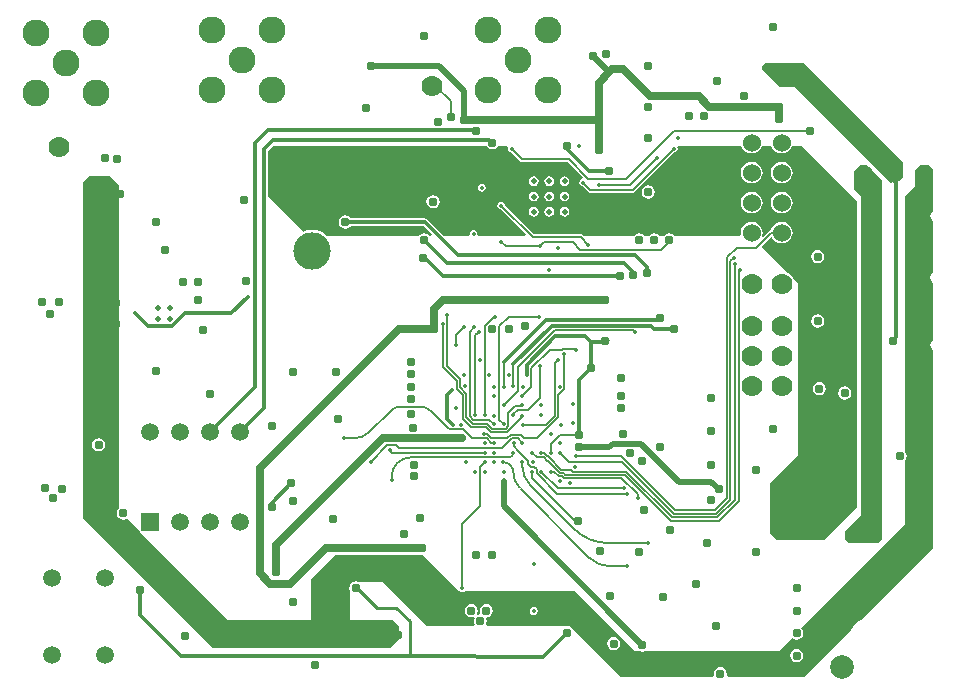
<source format=gbl>
%FSLAX25Y25*%
%MOIN*%
G70*
G01*
G75*
G04 Layer_Physical_Order=4*
G04 Layer_Color=16711680*
%ADD10C,0.01100*%
%ADD11C,0.01200*%
%ADD12C,0.03937*%
%ADD13R,0.04449X0.05787*%
%ADD14C,0.00945*%
%ADD15R,0.03937X0.02756*%
%ADD16R,0.00984X0.02362*%
%ADD17R,0.02362X0.00984*%
%ADD18R,0.20079X0.20079*%
%ADD19R,0.03347X0.01102*%
%ADD20R,0.06496X0.09449*%
%ADD21O,0.08661X0.02362*%
%ADD22R,0.05512X0.04724*%
%ADD23R,0.01969X0.01969*%
%ADD24R,0.01063X0.03150*%
%ADD25R,0.05079X0.10709*%
%ADD26R,0.03000X0.03000*%
%ADD27R,0.01181X0.01929*%
%ADD28R,0.01181X0.02047*%
%ADD29R,0.05787X0.04449*%
%ADD30R,0.15354X0.24410*%
%ADD31R,0.12992X0.17323*%
%ADD32R,0.03000X0.03000*%
%ADD33R,0.05000X0.02992*%
%ADD34R,0.01969X0.01969*%
%ADD35R,0.05118X0.04921*%
%ADD36R,0.03543X0.03150*%
%ADD37R,0.03100X0.03100*%
%ADD38R,0.00787X0.02658*%
%ADD39R,0.01496X0.06100*%
%ADD40R,0.02992X0.05000*%
%ADD41R,0.01200X0.05300*%
%ADD42R,0.09100X0.07500*%
%ADD43R,0.07100X0.07500*%
%ADD44R,0.09449X0.10236*%
%ADD45R,0.07874X0.04724*%
%ADD46R,0.07874X0.03937*%
%ADD47R,0.11811X0.07874*%
%ADD48C,0.01500*%
%ADD49C,0.00500*%
%ADD50C,0.00800*%
%ADD51C,0.01000*%
%ADD52C,0.02500*%
%ADD53C,0.02000*%
%ADD54C,0.00600*%
%ADD55R,0.05906X0.05906*%
%ADD56C,0.05906*%
%ADD57C,0.07874*%
%ADD58C,0.07000*%
%ADD59C,0.09000*%
%ADD60C,0.12500*%
%ADD61C,0.06000*%
%ADD62C,0.01969*%
%ADD63C,0.03100*%
%ADD64C,0.01400*%
%ADD65C,0.04000*%
%ADD66C,0.05543*%
%ADD67C,0.09874*%
%ADD68C,0.05937*%
%ADD69C,0.07500*%
%ADD70C,0.14500*%
%ADD71C,0.04800*%
%ADD72C,0.03400*%
%ADD73C,0.02700*%
%ADD74C,0.08000*%
%ADD75C,0.02787*%
G36*
X305500Y172000D02*
Y166000D01*
Y158237D01*
X305058Y157942D01*
X304616Y157280D01*
X304461Y156500D01*
X304616Y155720D01*
X305058Y155058D01*
X305500Y154763D01*
Y137737D01*
X305058Y137442D01*
X304616Y136780D01*
X304461Y136000D01*
X304616Y135220D01*
X305058Y134558D01*
X305500Y134263D01*
Y115237D01*
X305058Y114942D01*
X304616Y114280D01*
X304461Y113500D01*
X304616Y112720D01*
X305058Y112058D01*
X305500Y111763D01*
X305500Y46000D01*
X281405Y21905D01*
X280410Y21373D01*
X279431Y20569D01*
X278627Y19590D01*
X278095Y18595D01*
X262500Y3000D01*
X236973D01*
X236593Y3500D01*
X236692Y4000D01*
X236525Y4839D01*
X236050Y5550D01*
X235339Y6025D01*
X234500Y6192D01*
X233661Y6025D01*
X232950Y5550D01*
X232475Y4839D01*
X232308Y4000D01*
X232407Y3500D01*
X232027Y3000D01*
X210500D01*
X201500D01*
X184500Y20000D01*
X156614D01*
X156378Y20441D01*
X156525Y20661D01*
X156692Y21500D01*
X156525Y22339D01*
X156776Y22863D01*
X157339Y22975D01*
X158050Y23450D01*
X158525Y24161D01*
X158692Y25000D01*
X158525Y25839D01*
X158050Y26550D01*
X157339Y27025D01*
X156500Y27192D01*
X155661Y27025D01*
X154950Y26550D01*
X154475Y25839D01*
X154308Y25000D01*
X154475Y24161D01*
X154224Y23637D01*
X153708Y23535D01*
X153583Y23636D01*
X153374Y23935D01*
X153525Y24161D01*
X153692Y25000D01*
X153525Y25839D01*
X153050Y26550D01*
X152339Y27025D01*
X151500Y27192D01*
X150661Y27025D01*
X149950Y26550D01*
X149475Y25839D01*
X149308Y25000D01*
X149475Y24161D01*
X149950Y23450D01*
X150661Y22975D01*
X151500Y22808D01*
X152292Y22965D01*
X152417Y22864D01*
X152626Y22565D01*
X152475Y22339D01*
X152308Y21500D01*
X152475Y20661D01*
X152622Y20441D01*
X152386Y20000D01*
X136500D01*
X122000Y34500D01*
X113877D01*
X113839Y34525D01*
X113000Y34692D01*
X112161Y34525D01*
X111450Y34050D01*
X110975Y33339D01*
X110808Y32500D01*
X110975Y31661D01*
X111000Y31623D01*
Y22000D01*
X123000D01*
X125500D01*
X127500Y20000D01*
Y16500D01*
Y15500D01*
X124500Y12500D01*
X65500Y12500D01*
X22000Y56000D01*
Y167519D01*
X23644Y169598D01*
X24229Y170000D01*
X31000Y170000D01*
X34000Y167000D01*
X34000Y59084D01*
X33950Y59050D01*
X33475Y58339D01*
X33308Y57500D01*
X33475Y56661D01*
X33950Y55950D01*
X34661Y55475D01*
X35500Y55308D01*
X36339Y55475D01*
X36750Y55750D01*
X40947Y51553D01*
Y50947D01*
X41553D01*
X70500Y22000D01*
X98000Y22000D01*
X98000Y35500D01*
X106000Y43500D01*
X135500Y43500D01*
X147500Y31500D01*
X147657D01*
X147993Y31275D01*
X148500Y31175D01*
X149007Y31275D01*
X149343Y31500D01*
X186000D01*
X206000Y11500D01*
X207623D01*
X207661Y11475D01*
X208500Y11308D01*
X209339Y11475D01*
X209377Y11500D01*
X254000D01*
X258450Y15950D01*
X258450D01*
X259161Y15475D01*
X260000Y15308D01*
X260839Y15475D01*
X261550Y15950D01*
X262025Y16661D01*
X262192Y17500D01*
X262025Y18339D01*
X261550Y19050D01*
X296000Y53500D01*
Y74916D01*
X296050Y74950D01*
X296525Y75661D01*
X296692Y76500D01*
X296525Y77339D01*
X296050Y78050D01*
X296000Y78083D01*
Y163000D01*
X299500Y166500D01*
Y172000D01*
X301000Y173500D01*
X304000D01*
X305500Y172000D01*
D02*
G37*
G36*
X283500Y173500D02*
X288500Y168500D01*
X288500Y140697D01*
X288461Y140500D01*
X288500Y140303D01*
X288500Y120197D01*
X288461Y120000D01*
X288500Y119803D01*
X288500Y97697D01*
X288461Y97500D01*
X288500Y97303D01*
X288500Y49000D01*
X287000Y47500D01*
X277500Y47500D01*
X276000Y49000D01*
X276000Y51500D01*
X281500Y57000D01*
X281500Y163000D01*
X279000Y165500D01*
X279000Y171500D01*
X281000Y173500D01*
X283500Y173500D01*
D02*
G37*
G36*
X295500Y174500D02*
Y169500D01*
X294785Y168785D01*
X294323Y168977D01*
Y169900D01*
X294230Y170368D01*
X293965Y170765D01*
X293365Y171365D01*
X292968Y171630D01*
X292500Y171723D01*
X292032Y171630D01*
X291635Y171365D01*
X291370Y170968D01*
X291277Y170500D01*
X291370Y170032D01*
X291635Y169635D01*
X291877Y169393D01*
Y167798D01*
X291376Y167623D01*
X259500Y199500D01*
X254500D01*
X248500Y205500D01*
X248500Y206500D01*
X249500Y207500D01*
X262500D01*
X295500Y174500D01*
D02*
G37*
G36*
X280000Y161500D02*
X280000Y59500D01*
X269000Y48500D01*
X253500D01*
X251000Y51000D01*
Y67500D01*
X260500Y77000D01*
Y134000D01*
X258687Y135813D01*
X258581Y136068D01*
X257924Y136924D01*
X257068Y137581D01*
X256813Y137687D01*
X248363Y146137D01*
Y146637D01*
X251260Y149535D01*
X251751Y149437D01*
X251855Y149185D01*
X252432Y148432D01*
X253185Y147855D01*
X254060Y147493D01*
X255000Y147369D01*
X255940Y147493D01*
X256816Y147855D01*
X257568Y148432D01*
X258145Y149185D01*
X258507Y150060D01*
X258631Y151000D01*
X258507Y151940D01*
X258145Y152815D01*
X257568Y153568D01*
X256816Y154145D01*
X255940Y154507D01*
X255000Y154631D01*
X254060Y154507D01*
X253185Y154145D01*
X252432Y153568D01*
X251855Y152815D01*
X251493Y151940D01*
X251483Y151863D01*
X251168Y151801D01*
X250887Y151613D01*
X248846Y149572D01*
X248422Y149855D01*
X248507Y150060D01*
X248631Y151000D01*
X248507Y151940D01*
X248145Y152815D01*
X247568Y153568D01*
X246815Y154145D01*
X245940Y154507D01*
X245000Y154631D01*
X244060Y154507D01*
X243184Y154145D01*
X242432Y153568D01*
X241855Y152815D01*
X241493Y151940D01*
X241369Y151000D01*
X241435Y150500D01*
X240996Y150000D01*
X219083Y150000D01*
X219050Y150050D01*
X218339Y150525D01*
X217500Y150692D01*
X216661Y150525D01*
X215950Y150050D01*
X215916Y150000D01*
X214084D01*
X214050Y150050D01*
X213339Y150525D01*
X212500Y150692D01*
X211661Y150525D01*
X210950Y150050D01*
X210916Y150000D01*
X209084D01*
X209050Y150050D01*
X208339Y150525D01*
X207500Y150692D01*
X206661Y150525D01*
X205950Y150050D01*
X205917Y150000D01*
X188942D01*
X188721Y150221D01*
X188390Y150442D01*
X188000Y150520D01*
X172422D01*
X162797Y160145D01*
X162725Y160507D01*
X162437Y160937D01*
X162007Y161225D01*
X161500Y161326D01*
X160993Y161225D01*
X160563Y160937D01*
X160275Y160507D01*
X160175Y160000D01*
X160275Y159493D01*
X160563Y159063D01*
X160993Y158775D01*
X161355Y158703D01*
X169596Y150462D01*
X169405Y150000D01*
X153870D01*
X153553Y150387D01*
X153576Y150500D01*
X153475Y151007D01*
X153187Y151437D01*
X152757Y151725D01*
X152250Y151825D01*
X151743Y151725D01*
X151313Y151437D01*
X151025Y151007D01*
X150925Y150500D01*
X150947Y150387D01*
X150630Y150000D01*
X142230D01*
X136865Y155365D01*
X136468Y155630D01*
X136000Y155724D01*
X111268D01*
X111050Y156050D01*
X110339Y156525D01*
X109500Y156692D01*
X108661Y156525D01*
X107950Y156050D01*
X107475Y155339D01*
X107308Y154500D01*
X107475Y153661D01*
X107950Y152950D01*
X108661Y152475D01*
X109500Y152308D01*
X110339Y152475D01*
X111050Y152950D01*
X111268Y153277D01*
X135493D01*
X138308Y150462D01*
X138116Y150000D01*
X137334D01*
X137300Y150050D01*
X136589Y150525D01*
X135750Y150692D01*
X134911Y150525D01*
X134200Y150050D01*
X134167Y150000D01*
X103205Y150000D01*
X102324Y150723D01*
X101134Y151359D01*
X99843Y151751D01*
X98500Y151883D01*
X97157Y151751D01*
X95866Y151359D01*
X95719Y151281D01*
X83723Y163277D01*
Y178224D01*
X85500Y180000D01*
X156582D01*
X156950Y179450D01*
X157661Y178975D01*
X158500Y178808D01*
X159339Y178975D01*
X160050Y179450D01*
X160418Y180000D01*
X163503D01*
X163775Y179507D01*
X163674Y179000D01*
X163775Y178493D01*
X164063Y178063D01*
X164493Y177775D01*
X164855Y177703D01*
X167779Y174779D01*
X168110Y174558D01*
X168500Y174480D01*
X183578D01*
X188590Y169468D01*
X188426Y168925D01*
X188332Y168906D01*
X187902Y168619D01*
X187615Y168189D01*
X187514Y167682D01*
X187615Y167175D01*
X187902Y166745D01*
X188332Y166457D01*
X188694Y166385D01*
X190500Y164579D01*
X190831Y164358D01*
X191221Y164280D01*
X205300D01*
X205690Y164358D01*
X206021Y164579D01*
X219145Y177703D01*
X219507Y177775D01*
X219937Y178063D01*
X220225Y178493D01*
X220325Y179000D01*
X220225Y179507D01*
X220497Y180000D01*
X241518D01*
X241855Y179184D01*
X242432Y178432D01*
X243184Y177855D01*
X244060Y177493D01*
X245000Y177369D01*
X245940Y177493D01*
X246815Y177855D01*
X247568Y178432D01*
X248145Y179184D01*
X248482Y180000D01*
X251518D01*
X251855Y179184D01*
X252432Y178432D01*
X253185Y177855D01*
X254060Y177493D01*
X255000Y177369D01*
X255940Y177493D01*
X256816Y177855D01*
X257568Y178432D01*
X258145Y179184D01*
X258482Y180000D01*
X261500D01*
X280000Y161500D01*
D02*
G37*
%LPC*%
G36*
X267000Y123692D02*
X266161Y123525D01*
X265450Y123050D01*
X264975Y122339D01*
X264808Y121500D01*
X264975Y120661D01*
X265450Y119950D01*
X266161Y119475D01*
X267000Y119308D01*
X267839Y119475D01*
X268550Y119950D01*
X269025Y120661D01*
X269192Y121500D01*
X269025Y122339D01*
X268550Y123050D01*
X267839Y123525D01*
X267000Y123692D01*
D02*
G37*
G36*
X267000Y145192D02*
X266161Y145025D01*
X265450Y144550D01*
X264975Y143839D01*
X264808Y143000D01*
X264975Y142161D01*
X265450Y141450D01*
X266161Y140975D01*
X267000Y140808D01*
X267839Y140975D01*
X268550Y141450D01*
X269025Y142161D01*
X269192Y143000D01*
X269025Y143839D01*
X268550Y144550D01*
X267839Y145025D01*
X267000Y145192D01*
D02*
G37*
G36*
X182618Y159497D02*
X182000Y159374D01*
X181476Y159024D01*
X181126Y158500D01*
X181003Y157882D01*
X181126Y157264D01*
X181476Y156740D01*
X182000Y156390D01*
X182618Y156267D01*
X183236Y156390D01*
X183760Y156740D01*
X184110Y157264D01*
X184233Y157882D01*
X184110Y158500D01*
X183760Y159024D01*
X183236Y159374D01*
X182618Y159497D01*
D02*
G37*
G36*
X177500D02*
X176882Y159374D01*
X176358Y159024D01*
X176008Y158500D01*
X175885Y157882D01*
X176008Y157264D01*
X176358Y156740D01*
X176882Y156390D01*
X177500Y156267D01*
X178118Y156390D01*
X178642Y156740D01*
X178992Y157264D01*
X179115Y157882D01*
X178992Y158500D01*
X178642Y159024D01*
X178118Y159374D01*
X177500Y159497D01*
D02*
G37*
G36*
X172382D02*
X171764Y159374D01*
X171240Y159024D01*
X170890Y158500D01*
X170767Y157882D01*
X170890Y157264D01*
X171240Y156740D01*
X171764Y156390D01*
X172382Y156267D01*
X173000Y156390D01*
X173524Y156740D01*
X173874Y157264D01*
X173997Y157882D01*
X173874Y158500D01*
X173524Y159024D01*
X173000Y159374D01*
X172382Y159497D01*
D02*
G37*
G36*
X267500Y101192D02*
X266661Y101025D01*
X265950Y100550D01*
X265475Y99839D01*
X265308Y99000D01*
X265475Y98161D01*
X265950Y97450D01*
X266661Y96975D01*
X267500Y96808D01*
X268339Y96975D01*
X269050Y97450D01*
X269525Y98161D01*
X269692Y99000D01*
X269525Y99839D01*
X269050Y100550D01*
X268339Y101025D01*
X267500Y101192D01*
D02*
G37*
G36*
X198984Y16192D02*
X198145Y16025D01*
X197434Y15550D01*
X196959Y14839D01*
X196792Y14000D01*
X196959Y13161D01*
X197434Y12450D01*
X198145Y11975D01*
X198984Y11808D01*
X199823Y11975D01*
X200534Y12450D01*
X201009Y13161D01*
X201176Y14000D01*
X201009Y14839D01*
X200534Y15550D01*
X199823Y16025D01*
X198984Y16192D01*
D02*
G37*
G36*
X260000Y12192D02*
X259161Y12025D01*
X258450Y11550D01*
X257975Y10839D01*
X257808Y10000D01*
X257975Y9161D01*
X258450Y8450D01*
X259161Y7975D01*
X260000Y7808D01*
X260839Y7975D01*
X261550Y8450D01*
X262025Y9161D01*
X262192Y10000D01*
X262025Y10839D01*
X261550Y11550D01*
X260839Y12025D01*
X260000Y12192D01*
D02*
G37*
G36*
X172350Y26175D02*
X171843Y26075D01*
X171413Y25787D01*
X171125Y25357D01*
X171025Y24850D01*
X171125Y24343D01*
X171413Y23913D01*
X171843Y23626D01*
X172350Y23525D01*
X172857Y23626D01*
X173287Y23913D01*
X173575Y24343D01*
X173676Y24850D01*
X173575Y25357D01*
X173287Y25787D01*
X172857Y26075D01*
X172350Y26175D01*
D02*
G37*
G36*
X276000Y99692D02*
X275161Y99525D01*
X274450Y99050D01*
X273975Y98339D01*
X273808Y97500D01*
X273975Y96661D01*
X274450Y95950D01*
X275161Y95475D01*
X276000Y95308D01*
X276839Y95475D01*
X277550Y95950D01*
X278025Y96661D01*
X278192Y97500D01*
X278025Y98339D01*
X277550Y99050D01*
X276839Y99525D01*
X276000Y99692D01*
D02*
G37*
G36*
X27250Y82442D02*
X26411Y82275D01*
X25700Y81800D01*
X25225Y81089D01*
X25058Y80250D01*
X25225Y79411D01*
X25700Y78700D01*
X26411Y78225D01*
X27250Y78058D01*
X28089Y78225D01*
X28800Y78700D01*
X29275Y79411D01*
X29442Y80250D01*
X29275Y81089D01*
X28800Y81800D01*
X28089Y82275D01*
X27250Y82442D01*
D02*
G37*
G36*
X177500Y169733D02*
X176882Y169610D01*
X176358Y169260D01*
X176008Y168736D01*
X175885Y168118D01*
X176008Y167500D01*
X176358Y166976D01*
X176882Y166626D01*
X177500Y166503D01*
X178118Y166626D01*
X178642Y166976D01*
X178992Y167500D01*
X179115Y168118D01*
X178992Y168736D01*
X178642Y169260D01*
X178118Y169610D01*
X177500Y169733D01*
D02*
G37*
G36*
X172382D02*
X171764Y169610D01*
X171240Y169260D01*
X170890Y168736D01*
X170767Y168118D01*
X170890Y167500D01*
X171240Y166976D01*
X171764Y166626D01*
X172382Y166503D01*
X173000Y166626D01*
X173524Y166976D01*
X173874Y167500D01*
X173997Y168118D01*
X173874Y168736D01*
X173524Y169260D01*
X173000Y169610D01*
X172382Y169733D01*
D02*
G37*
G36*
X155000Y167325D02*
X154493Y167225D01*
X154063Y166937D01*
X153775Y166507D01*
X153674Y166000D01*
X153775Y165493D01*
X154063Y165063D01*
X154493Y164775D01*
X155000Y164674D01*
X155507Y164775D01*
X155937Y165063D01*
X156225Y165493D01*
X156325Y166000D01*
X156225Y166507D01*
X155937Y166937D01*
X155507Y167225D01*
X155000Y167325D01*
D02*
G37*
G36*
X255000Y174631D02*
X254060Y174507D01*
X253185Y174145D01*
X252432Y173568D01*
X251855Y172816D01*
X251493Y171940D01*
X251369Y171000D01*
X251493Y170060D01*
X251855Y169185D01*
X252432Y168432D01*
X253185Y167855D01*
X254060Y167493D01*
X255000Y167369D01*
X255940Y167493D01*
X256816Y167855D01*
X257568Y168432D01*
X258145Y169185D01*
X258507Y170060D01*
X258631Y171000D01*
X258507Y171940D01*
X258145Y172816D01*
X257568Y173568D01*
X256816Y174145D01*
X255940Y174507D01*
X255000Y174631D01*
D02*
G37*
G36*
X245000D02*
X244060Y174507D01*
X243184Y174145D01*
X242432Y173568D01*
X241855Y172816D01*
X241493Y171940D01*
X241369Y171000D01*
X241493Y170060D01*
X241855Y169185D01*
X242432Y168432D01*
X243184Y167855D01*
X244060Y167493D01*
X245000Y167369D01*
X245940Y167493D01*
X246815Y167855D01*
X247568Y168432D01*
X248145Y169185D01*
X248507Y170060D01*
X248631Y171000D01*
X248507Y171940D01*
X248145Y172816D01*
X247568Y173568D01*
X246815Y174145D01*
X245940Y174507D01*
X245000Y174631D01*
D02*
G37*
G36*
X182618Y169733D02*
X182000Y169610D01*
X181476Y169260D01*
X181126Y168736D01*
X181003Y168118D01*
X181126Y167500D01*
X181476Y166976D01*
X182000Y166626D01*
X182618Y166503D01*
X183236Y166626D01*
X183760Y166976D01*
X184110Y167500D01*
X184233Y168118D01*
X184110Y168736D01*
X183760Y169260D01*
X183236Y169610D01*
X182618Y169733D01*
D02*
G37*
G36*
X210500Y166692D02*
X209661Y166525D01*
X208950Y166050D01*
X208475Y165339D01*
X208308Y164500D01*
X208475Y163661D01*
X208950Y162950D01*
X209661Y162475D01*
X210500Y162308D01*
X211339Y162475D01*
X212050Y162950D01*
X212525Y163661D01*
X212692Y164500D01*
X212525Y165339D01*
X212050Y166050D01*
X211339Y166525D01*
X210500Y166692D01*
D02*
G37*
G36*
X138750Y163442D02*
X137911Y163275D01*
X137200Y162800D01*
X136725Y162089D01*
X136558Y161250D01*
X136725Y160411D01*
X137200Y159700D01*
X137911Y159225D01*
X138750Y159058D01*
X139589Y159225D01*
X140300Y159700D01*
X140775Y160411D01*
X140942Y161250D01*
X140775Y162089D01*
X140300Y162800D01*
X139589Y163275D01*
X138750Y163442D01*
D02*
G37*
G36*
X255000Y164631D02*
X254060Y164507D01*
X253185Y164145D01*
X252432Y163568D01*
X251855Y162815D01*
X251493Y161940D01*
X251369Y161000D01*
X251493Y160060D01*
X251855Y159185D01*
X252432Y158432D01*
X253185Y157855D01*
X254060Y157493D01*
X255000Y157369D01*
X255940Y157493D01*
X256816Y157855D01*
X257568Y158432D01*
X258145Y159185D01*
X258507Y160060D01*
X258631Y161000D01*
X258507Y161940D01*
X258145Y162815D01*
X257568Y163568D01*
X256816Y164145D01*
X255940Y164507D01*
X255000Y164631D01*
D02*
G37*
G36*
X245000D02*
X244060Y164507D01*
X243184Y164145D01*
X242432Y163568D01*
X241855Y162815D01*
X241493Y161940D01*
X241369Y161000D01*
X241493Y160060D01*
X241855Y159185D01*
X242432Y158432D01*
X243184Y157855D01*
X244060Y157493D01*
X245000Y157369D01*
X245940Y157493D01*
X246815Y157855D01*
X247568Y158432D01*
X248145Y159185D01*
X248507Y160060D01*
X248631Y161000D01*
X248507Y161940D01*
X248145Y162815D01*
X247568Y163568D01*
X246815Y164145D01*
X245940Y164507D01*
X245000Y164631D01*
D02*
G37*
G36*
X182618Y164615D02*
X182000Y164492D01*
X181476Y164142D01*
X181126Y163618D01*
X181003Y163000D01*
X181126Y162382D01*
X181476Y161858D01*
X182000Y161508D01*
X182618Y161385D01*
X183236Y161508D01*
X183760Y161858D01*
X184110Y162382D01*
X184233Y163000D01*
X184110Y163618D01*
X183760Y164142D01*
X183236Y164492D01*
X182618Y164615D01*
D02*
G37*
G36*
X177500D02*
X176882Y164492D01*
X176358Y164142D01*
X176008Y163618D01*
X175885Y163000D01*
X176008Y162382D01*
X176358Y161858D01*
X176882Y161508D01*
X177500Y161385D01*
X178118Y161508D01*
X178642Y161858D01*
X178992Y162382D01*
X179115Y163000D01*
X178992Y163618D01*
X178642Y164142D01*
X178118Y164492D01*
X177500Y164615D01*
D02*
G37*
G36*
X172382D02*
X171764Y164492D01*
X171240Y164142D01*
X170890Y163618D01*
X170767Y163000D01*
X170890Y162382D01*
X171240Y161858D01*
X171764Y161508D01*
X172382Y161385D01*
X173000Y161508D01*
X173524Y161858D01*
X173874Y162382D01*
X173997Y163000D01*
X173874Y163618D01*
X173524Y164142D01*
X173000Y164492D01*
X172382Y164615D01*
D02*
G37*
%LPD*%
D11*
X195793Y114500D02*
G03*
X197000Y115000I0J1707D01*
G01*
X109500Y154500D02*
X136000D01*
X142000Y136500D02*
X201000D01*
X136000Y142500D02*
X142000Y136500D01*
X191500Y114500D02*
X195793D01*
X143500Y97000D02*
X145000Y98500D01*
X143500Y89000D02*
Y97000D01*
Y89000D02*
X145500Y87000D01*
X85000Y61000D02*
X91500Y67500D01*
X85000Y59500D02*
Y61000D01*
X162450Y107950D02*
X176500Y122000D01*
X189500Y116500D02*
X191500Y114500D01*
X179500Y116500D02*
X189500D01*
X170000Y107000D02*
X179500Y116500D01*
X191500Y106000D02*
Y114500D01*
X187500Y102000D02*
X191500Y106000D01*
X187500Y83500D02*
Y102000D01*
X135500Y142500D02*
X136000D01*
X170000Y103500D02*
Y107000D01*
X54750Y9750D02*
X131000D01*
X41000Y23500D02*
X54750Y9750D01*
X41000Y23500D02*
Y32000D01*
X71531Y124031D02*
X77031Y129532D01*
X56057Y124031D02*
X71531D01*
X51905Y119879D02*
X56057Y124031D01*
X43684Y119879D02*
X51905D01*
X39531Y124031D02*
X43684Y119879D01*
X165550Y107050D02*
X178500Y120000D01*
X74500Y84500D02*
X82500Y92500D01*
X64500Y84500D02*
X79500Y99500D01*
Y181000D01*
X136000Y154500D02*
X147000Y143500D01*
X206000D01*
X135750Y148500D02*
X143250Y141000D01*
X202500D01*
X79500Y181000D02*
X83750Y185250D01*
X183493Y178992D02*
Y179717D01*
Y178738D02*
Y179717D01*
Y178738D02*
X190730Y171500D01*
X197500D01*
X82500Y92500D02*
Y179000D01*
X153000Y185000D02*
X153500D01*
X82500Y179000D02*
X85500Y182000D01*
X202500Y141000D02*
X205500Y138000D01*
Y137000D02*
Y138000D01*
X206000Y143500D02*
X210000Y139500D01*
Y137500D02*
Y139500D01*
X176500Y122000D02*
X214500D01*
X178500Y120000D02*
X211500D01*
X212500Y119000D01*
X219500D01*
X183500Y17500D02*
X183500D01*
X131000Y9750D02*
X175500Y9500D01*
X183500Y17500D01*
X292500Y170500D02*
X293100Y169900D01*
X292000Y115000D02*
X293100Y116100D01*
Y169900D01*
X83750Y185250D02*
X153750D01*
X153500Y185000D02*
X153750Y185250D01*
X157500Y182000D02*
X158500Y181000D01*
X85500Y182000D02*
X157500D01*
D49*
X190821Y42679D02*
G03*
X197892Y39750I7071J7071D01*
G01*
X165500Y71086D02*
G03*
X164500Y73500I-3414J0D01*
G01*
X165500Y71086D02*
G03*
X167682Y65818I7450J0D01*
G01*
X164500Y73500D02*
G03*
X162086Y74500I-2414J-2414D01*
G01*
X185750Y52250D02*
G03*
X197218Y47500I11468J11468D01*
G01*
X168575Y72862D02*
G03*
X171005Y66995I8297J0D01*
G01*
X131233Y76051D02*
G03*
X125000Y69818I0J-6233D01*
G01*
X164000Y76051D02*
G03*
X165575Y77626I0J1575D01*
G01*
X146500Y117000D02*
X149000Y119500D01*
X151000Y118000D02*
X152500Y119500D01*
X151000Y89859D02*
Y118000D01*
X146500Y113500D02*
Y117000D01*
X143500Y106500D02*
Y123500D01*
Y106500D02*
X147801Y102199D01*
X152827Y116827D02*
X153630Y117630D01*
X152827Y90224D02*
Y116827D01*
X197892Y39750D02*
X203250D01*
X168000Y65500D02*
X190821Y42679D01*
X162000Y74500D02*
X162086D01*
X168575Y72862D02*
Y74476D01*
X171005Y66995D02*
X185750Y52250D01*
X165650Y79743D02*
Y81000D01*
X131233Y76051D02*
X163977D01*
X125000Y68500D02*
Y69818D01*
X141950Y106250D02*
X146701Y101500D01*
X141950Y106250D02*
Y120500D01*
X146701Y98902D02*
Y101500D01*
Y98902D02*
X148800Y96803D01*
Y88948D02*
Y96803D01*
X147801Y99358D02*
Y102199D01*
Y99358D02*
X149900Y97259D01*
Y89404D02*
Y97259D01*
X148800Y88948D02*
X151544Y86204D01*
X151000Y89859D02*
X152185Y88674D01*
X149900Y89404D02*
X152000Y87304D01*
X156705D01*
X151544Y86204D02*
X156250D01*
X158028Y84425D01*
X163373D01*
X168500Y89552D01*
Y90000D01*
X163502Y82550D02*
X164602Y83650D01*
X158091Y82550D02*
X163502D01*
X164602Y83650D02*
X168042D01*
X127275Y79226D02*
X161781D01*
X165058Y82550D02*
X166950D01*
X164050Y81542D02*
X165058Y82550D01*
X161781Y79226D02*
X164050Y81494D01*
Y81542D01*
X156641Y84000D02*
X158091Y82550D01*
X168042Y83650D02*
X169192Y82500D01*
X155902Y84000D02*
X156641D01*
X169192Y82500D02*
X173556D01*
X180550Y89494D01*
X166950Y82550D02*
X168500Y81000D01*
X156705Y87304D02*
X158484Y85525D01*
X162918D01*
X163826Y86433D01*
Y90818D01*
X166108Y93100D01*
X168050D01*
X168500Y93550D01*
X162500Y93500D02*
X167050Y98050D01*
X162500Y93500D02*
Y93500D01*
X160726Y88625D02*
Y117832D01*
X170500Y92000D02*
X174500Y96000D01*
X167000Y92000D02*
X170500D01*
X165500Y90500D02*
X167000Y92000D01*
X174500Y96000D02*
Y106500D01*
X179450Y107450D02*
X180500Y108500D01*
X179450Y89950D02*
Y107450D01*
X181858Y112050D02*
X186450D01*
X186500Y112000D01*
X181808D02*
X181858Y112050D01*
X177808Y112000D02*
X181808D01*
X182500Y101100D02*
Y110500D01*
Y101100D02*
X182550Y101050D01*
Y98858D02*
Y101050D01*
X180550Y96858D02*
X182550Y98858D01*
X180550Y89494D02*
Y96858D01*
X176500Y87000D02*
X179450Y89950D01*
X168650Y87000D02*
X176500D01*
X156100Y119994D02*
X159106Y123000D01*
X159500D01*
X155950Y115950D02*
X156100Y116100D01*
Y119994D01*
X160900Y119900D02*
X164000Y123000D01*
X160900Y118006D02*
Y119900D01*
X160726Y117832D02*
X160900Y118006D01*
X164000Y123000D02*
X174000D01*
X177808Y112000D02*
X177808Y112000D01*
X171550Y105742D02*
X177808Y112000D01*
X171700Y69300D02*
X186000Y55000D01*
X187000D01*
X167050Y106101D02*
X179449Y118500D01*
X167050Y98050D02*
Y106101D01*
X167125Y78219D02*
X170450Y74894D01*
Y73858D02*
Y74894D01*
Y73858D02*
X171358Y72950D01*
X172500D01*
X173275Y72176D01*
Y70734D02*
Y72176D01*
X171700Y69300D02*
Y71200D01*
X125126Y77626D02*
X155976D01*
X124252Y78500D02*
X125126Y77626D01*
X154500Y73000D02*
X155976Y74476D01*
X162450Y99948D02*
Y107950D01*
X171550Y99499D02*
Y105742D01*
X160726Y88625D02*
X162276Y87075D01*
X162450Y99948D02*
X162500Y99898D01*
X180009Y64000D02*
X203500D01*
X201540Y69152D02*
X207000Y63692D01*
X184447Y69152D02*
X201540D01*
X207000Y62500D02*
Y63692D01*
X126450Y80050D02*
X127275Y79226D01*
X123550Y80050D02*
X126450D01*
X118000Y74500D02*
X123550Y80050D01*
X165650Y79743D02*
X167125Y78268D01*
Y78219D02*
Y78268D01*
X168575Y96524D02*
X171550Y99499D01*
X152185Y88674D02*
X157526D01*
X159126Y87075D01*
X155950Y90251D02*
Y115950D01*
Y90251D02*
X155976Y90224D01*
X184348Y69250D02*
X184447Y69152D01*
X182292Y69250D02*
X184348D01*
X180451Y66000D02*
X202500D01*
X180326Y65875D02*
X180451Y66000D01*
X174874Y71327D02*
X180326Y65875D01*
X173275Y70734D02*
X180009Y64000D01*
X179020Y71327D02*
X180619Y69727D01*
X178024Y71327D02*
X179020D01*
X181815Y69727D02*
X182292Y69250D01*
X180619Y69727D02*
X181815D01*
X197218Y47500D02*
X210500D01*
X165550Y99798D02*
Y107050D01*
X165500Y99748D02*
X165550Y99798D01*
X178000Y77602D02*
Y80500D01*
X181000Y83500D01*
X187500D01*
X201500Y76500D02*
X219500Y58500D01*
X175828Y76026D02*
X176902Y74953D01*
X171769Y77626D02*
X173369Y76026D01*
X176950Y74953D02*
X181075Y70827D01*
X176902Y74953D02*
X176950D01*
X173369Y76026D02*
X175828D01*
X171724Y77626D02*
X171769D01*
X184902Y70252D02*
X202748D01*
X184804Y70350D02*
X184902Y70252D01*
X182271Y70827D02*
X182748Y70350D01*
X181075Y70827D02*
X182271D01*
X182748Y70350D02*
X184804D01*
X176450Y76960D02*
Y77008D01*
X177358Y76052D02*
X177405D01*
X176450Y76960D02*
X177358Y76052D01*
X175832Y77626D02*
X176450Y77008D01*
X174874Y77626D02*
X175832D01*
X185358Y71352D02*
X203204D01*
X184782Y71927D02*
X185358Y71352D01*
X181530Y71927D02*
X184782D01*
X177405Y76052D02*
X181530Y71927D01*
X181000Y77500D02*
X184000Y74500D01*
X201611D01*
X186500Y76500D02*
X201500D01*
X202748Y70252D02*
X218036Y54965D01*
X203204Y71352D02*
X218491Y56064D01*
X201611Y74500D02*
X218947Y57165D01*
X218036Y54965D02*
X233964D01*
X218491Y56064D02*
X233509D01*
X218947Y57165D02*
X233053D01*
X219500Y58500D02*
X232833D01*
X233053Y57165D02*
X237900Y62011D01*
X232833Y58500D02*
X236800Y62467D01*
X246500Y146000D02*
X251500Y151000D01*
X255000D01*
X233509Y56064D02*
X239400Y61956D01*
X233964Y54965D02*
X240650Y61650D01*
X240000Y146000D02*
X246500D01*
X240650Y61650D02*
Y138150D01*
X241000Y138500D01*
X239400Y61956D02*
Y140400D01*
X236800Y142800D02*
X240000Y146000D01*
X237900Y141400D02*
X239000Y142500D01*
X236800Y62467D02*
Y142800D01*
X237900Y62011D02*
Y141400D01*
X239400Y140400D02*
X239500Y140500D01*
X205500Y118500D02*
X206000Y118000D01*
X179449Y118500D02*
X205500D01*
X148500Y32500D02*
Y54000D01*
X154500Y60000D01*
Y73000D01*
D50*
X214800Y145300D02*
X218000Y148500D01*
X217500D02*
X218000D01*
X191221Y165300D02*
X205300D01*
X188839Y167682D02*
X191221Y165300D01*
X188000Y149500D02*
X190500Y147000D01*
X172000Y149500D02*
X188000D01*
X161500Y160000D02*
X172000Y149500D01*
X185300Y147700D02*
X187700Y145300D01*
X174547Y146547D02*
X175700Y147700D01*
X185300D01*
X205300Y165300D02*
X219000Y179000D01*
X204500Y167000D02*
X213500Y176000D01*
X194000Y167000D02*
X204500D01*
X184000Y175500D02*
X190550Y168950D01*
X168500Y175500D02*
X184000D01*
X162953Y146547D02*
X174547D01*
X161500Y148000D02*
X162953Y146547D01*
X187700Y145300D02*
X214800D01*
X165000Y179000D02*
X168500Y175500D01*
X190550Y168950D02*
X202950D01*
X219000Y185000D01*
X264500D01*
X138300Y199900D02*
X139500D01*
X144685Y189409D02*
Y194715D01*
X139500Y199900D02*
X144685Y194715D01*
D51*
X131000Y9750D02*
Y21500D01*
X126500Y26000D02*
X131000Y21500D01*
X120000Y26000D02*
X126500D01*
X113500Y32500D02*
X120000Y26000D01*
X113000Y32500D02*
X113500D01*
D52*
X197500Y204500D02*
X198500Y205500D01*
X194000Y201000D02*
X197500Y204500D01*
X122000Y82500D02*
X148500D01*
X86500Y47000D02*
X122000Y82500D01*
X86500Y38000D02*
Y47000D01*
X142000Y128500D02*
X196000D01*
X139000Y125500D02*
X142000Y128500D01*
X139000Y119000D02*
Y125500D01*
X127500Y119000D02*
X139000D01*
X230808Y193000D02*
X254000D01*
X227408Y196400D02*
X230808Y193000D01*
X254000Y189000D02*
Y193000D01*
X211100Y196400D02*
X227408D01*
X198500Y205500D02*
X202000D01*
X211100Y196400D01*
X194000Y178500D02*
Y201000D01*
X81000Y72500D02*
X127250Y118750D01*
X81000Y37500D02*
Y72500D01*
Y37500D02*
X84500Y34000D01*
X91000D01*
X103000Y46000D01*
X135000D01*
X149000Y188500D02*
X194000D01*
D53*
X192000Y210000D02*
X197500Y204500D01*
X187500Y79500D02*
X197500D01*
X198650Y80650D01*
X231500Y68000D02*
X234000Y65500D01*
X220728Y68000D02*
X231500D01*
X198650Y80650D02*
X208078D01*
X220728Y68000D01*
X162276Y59724D02*
Y68177D01*
Y59724D02*
X208500Y13500D01*
X118000Y206500D02*
X140800D01*
X149000Y198300D01*
Y188500D02*
Y198300D01*
D54*
X143579Y85921D02*
G03*
X144837Y85400I1259J1259D01*
G01*
X138000Y91500D02*
G03*
X137999Y91501I-3621J-3621D01*
G01*
D02*
G03*
X134379Y93000I-3621J-3622D01*
G01*
X128000D02*
G03*
X124586Y91586I0J-4828D01*
G01*
X112672Y82500D02*
G03*
X117500Y84500I0J6828D01*
G01*
X128000Y93000D02*
X134379D01*
X138000Y91500D02*
X143579Y85921D01*
X137999Y91501D02*
X138000Y91500D01*
X144837Y85400D02*
X148641D01*
X117500Y84500D02*
X124586Y91586D01*
X109000Y82500D02*
X112672D01*
X156639Y82376D02*
X158015Y81000D01*
X151665Y82376D02*
X156639D01*
X148641Y85400D02*
X151665Y82376D01*
X158015Y81000D02*
X159000D01*
D55*
X44500Y54500D02*
D03*
D56*
Y84500D02*
D03*
X64500Y54500D02*
D03*
X54500D02*
D03*
X74500D02*
D03*
X54500Y84500D02*
D03*
X64500D02*
D03*
X74500D02*
D03*
X29358Y35795D02*
D03*
X11642D02*
D03*
Y10205D02*
D03*
X29358D02*
D03*
D57*
X275000Y6311D02*
D03*
D58*
X138300Y199900D02*
D03*
X14000Y179500D02*
D03*
X255000Y120000D02*
D03*
X245000D02*
D03*
X255000Y110000D02*
D03*
X245000D02*
D03*
X255000Y100000D02*
D03*
X245000D02*
D03*
Y134000D02*
D03*
X255000D02*
D03*
D59*
X26500Y197500D02*
D03*
X6500D02*
D03*
Y217500D02*
D03*
X26500D02*
D03*
X16500Y207500D02*
D03*
X177000Y198500D02*
D03*
X157000D02*
D03*
Y218500D02*
D03*
X177000D02*
D03*
X167000Y208500D02*
D03*
X85000Y198500D02*
D03*
X65000D02*
D03*
Y218500D02*
D03*
X85000D02*
D03*
X75000Y208500D02*
D03*
D60*
X98500Y145000D02*
D03*
D61*
X255000Y171000D02*
D03*
Y181000D02*
D03*
Y151000D02*
D03*
Y161000D02*
D03*
X245000Y171000D02*
D03*
Y181000D02*
D03*
Y151000D02*
D03*
Y161000D02*
D03*
X292500Y170500D02*
D03*
X282500D02*
D03*
X302500D02*
D03*
D62*
X172382Y157882D02*
D03*
Y163000D02*
D03*
Y168118D02*
D03*
X177500Y157882D02*
D03*
X182618D02*
D03*
X177500Y163000D02*
D03*
Y168118D02*
D03*
X182618Y163000D02*
D03*
Y168118D02*
D03*
X47063Y122063D02*
D03*
Y126000D02*
D03*
X51000Y122063D02*
D03*
Y126000D02*
D03*
D63*
X217500Y148500D02*
D03*
X212500D02*
D03*
X207500D02*
D03*
X260000Y10000D02*
D03*
Y17500D02*
D03*
Y32500D02*
D03*
Y25000D02*
D03*
X135750Y148500D02*
D03*
X201000Y136500D02*
D03*
X131500Y104000D02*
D03*
Y99500D02*
D03*
Y95500D02*
D03*
X132500Y70000D02*
D03*
X107000Y89000D02*
D03*
X85000Y86500D02*
D03*
Y59500D02*
D03*
X91500Y67500D02*
D03*
X92000Y61500D02*
D03*
X164000Y119000D02*
D03*
X121500Y20000D02*
D03*
X127000Y17000D02*
D03*
X15000Y65500D02*
D03*
X9500Y66000D02*
D03*
X231500Y96000D02*
D03*
Y85000D02*
D03*
Y73500D02*
D03*
X34400Y164000D02*
D03*
X33500Y175500D02*
D03*
X132500Y73500D02*
D03*
X187500Y83500D02*
D03*
X201500Y102500D02*
D03*
X187000Y55000D02*
D03*
X131500Y90500D02*
D03*
X201500Y96500D02*
D03*
Y92500D02*
D03*
X76500Y135000D02*
D03*
X226500Y34000D02*
D03*
X214500Y122500D02*
D03*
X29500Y101000D02*
D03*
X214500Y79500D02*
D03*
X158500Y43500D02*
D03*
X135500Y142500D02*
D03*
X29500Y176000D02*
D03*
X187500Y79500D02*
D03*
X103500Y17500D02*
D03*
X267000Y121500D02*
D03*
X267500Y99000D02*
D03*
X196000Y115000D02*
D03*
Y128500D02*
D03*
X169500Y120000D02*
D03*
X106500Y104500D02*
D03*
X92000D02*
D03*
X246500Y44500D02*
D03*
X263000Y50000D02*
D03*
X191500Y106000D02*
D03*
X139000Y119000D02*
D03*
X86500Y38000D02*
D03*
X158500Y119000D02*
D03*
X234000Y65500D02*
D03*
X41000Y32000D02*
D03*
X194500Y45000D02*
D03*
X209000Y58500D02*
D03*
X202000Y84000D02*
D03*
X132000Y86000D02*
D03*
X35500Y57500D02*
D03*
X12000Y62500D02*
D03*
X14000Y128000D02*
D03*
X11000Y124000D02*
D03*
X8500Y128000D02*
D03*
X24500Y157000D02*
D03*
X24000Y163500D02*
D03*
X24500Y96000D02*
D03*
Y102000D02*
D03*
X99500Y7000D02*
D03*
X106500Y14000D02*
D03*
X64250Y97250D02*
D03*
X29000Y161000D02*
D03*
X33000Y120500D02*
D03*
Y127500D02*
D03*
X121000Y15000D02*
D03*
X252500Y62000D02*
D03*
Y55000D02*
D03*
X87000Y166000D02*
D03*
Y171500D02*
D03*
Y177000D02*
D03*
X46500Y154500D02*
D03*
X75750Y161750D02*
D03*
X60531Y128532D02*
D03*
X49332Y145332D02*
D03*
X60531Y134531D02*
D03*
X55531D02*
D03*
X62031Y118532D02*
D03*
X56000Y16500D02*
D03*
X46250Y104750D02*
D03*
X27250Y80250D02*
D03*
X153000Y43500D02*
D03*
X156500Y25000D02*
D03*
X92000Y28000D02*
D03*
X294500Y76500D02*
D03*
X105500Y55500D02*
D03*
X217750Y52000D02*
D03*
X230000Y47500D02*
D03*
X215500Y29500D02*
D03*
X197750Y29750D02*
D03*
X207319Y44500D02*
D03*
X210500Y164500D02*
D03*
Y182500D02*
D03*
Y206500D02*
D03*
X138750Y161250D02*
D03*
X242500Y196500D02*
D03*
X229000Y190000D02*
D03*
X224000D02*
D03*
X233500Y201500D02*
D03*
X254000Y193000D02*
D03*
Y189000D02*
D03*
X183493Y179717D02*
D03*
X197500Y171500D02*
D03*
X287000Y53500D02*
D03*
Y57500D02*
D03*
Y49500D02*
D03*
X252000Y85500D02*
D03*
Y219500D02*
D03*
X267000Y143000D02*
D03*
X208500Y75000D02*
D03*
X204500Y77500D02*
D03*
X231500Y62000D02*
D03*
X264500Y185000D02*
D03*
X194000Y178500D02*
D03*
X192000Y210000D02*
D03*
X196500Y210500D02*
D03*
X210500Y193000D02*
D03*
X153000Y185000D02*
D03*
X251000Y205000D02*
D03*
X255000D02*
D03*
X198984Y14000D02*
D03*
X131500Y108000D02*
D03*
X208500Y13500D02*
D03*
X233000Y20000D02*
D03*
X246500Y72000D02*
D03*
X205500Y137000D02*
D03*
X219000Y119000D02*
D03*
X134500Y56000D02*
D03*
X113000Y32500D02*
D03*
X183500Y17500D02*
D03*
X154500Y21500D02*
D03*
X151500Y25000D02*
D03*
X276000Y97500D02*
D03*
X129000Y50500D02*
D03*
X234500Y4000D02*
D03*
X135000Y46000D02*
D03*
X292000Y115000D02*
D03*
X158500Y181000D02*
D03*
X116500Y192500D02*
D03*
X118000Y206500D02*
D03*
X140500Y188000D02*
D03*
X149000Y188500D02*
D03*
X109500Y154500D02*
D03*
X210000Y137500D02*
D03*
X144685Y189409D02*
D03*
X135827Y216535D02*
D03*
D64*
X220500Y182500D02*
D03*
X219000Y179000D02*
D03*
X213500Y176000D02*
D03*
X188839Y167682D02*
D03*
X194000Y167000D02*
D03*
X149000Y119500D02*
D03*
X152500D02*
D03*
X154106Y118000D02*
D03*
X141950Y120500D02*
D03*
X143500Y123500D02*
D03*
X145000Y98500D02*
D03*
X146500Y92500D02*
D03*
X148000Y87000D02*
D03*
X168500Y90000D02*
D03*
Y93550D02*
D03*
X162500Y93500D02*
D03*
X182500Y110500D02*
D03*
X109000Y82500D02*
D03*
X145500Y87000D02*
D03*
X159000Y81000D02*
D03*
X159500Y123000D02*
D03*
X174000D02*
D03*
X146500Y113500D02*
D03*
X186500Y112000D02*
D03*
X165500Y90300D02*
D03*
X181300Y87000D02*
D03*
X172000Y74500D02*
D03*
X162400Y71300D02*
D03*
X168800Y99600D02*
D03*
X155976Y77626D02*
D03*
X124252Y78500D02*
D03*
X154377Y108402D02*
D03*
X181000Y99500D02*
D03*
X184500Y67602D02*
D03*
X156150Y71150D02*
D03*
X159000Y77601D02*
D03*
Y90000D02*
D03*
X180500Y108500D02*
D03*
X168650Y87000D02*
D03*
X174500Y106500D02*
D03*
X159000Y99547D02*
D03*
X159102Y96500D02*
D03*
X149000Y103500D02*
D03*
X149351Y100000D02*
D03*
X155976Y74476D02*
D03*
X162500Y99600D02*
D03*
X165500Y99748D02*
D03*
X203500Y64000D02*
D03*
X207000Y62500D02*
D03*
X118000Y74500D02*
D03*
X168500Y81000D02*
D03*
X165600Y80900D02*
D03*
X168575Y74476D02*
D03*
X162000Y74500D02*
D03*
X155902Y84000D02*
D03*
X178000Y83902D02*
D03*
X186000Y72902D02*
D03*
X202500Y66000D02*
D03*
X185500Y87500D02*
D03*
X185547Y94000D02*
D03*
X157500Y103500D02*
D03*
X171700Y71300D02*
D03*
X174874Y71327D02*
D03*
X164000Y103500D02*
D03*
X170000D02*
D03*
X178000Y77602D02*
D03*
X152827Y90224D02*
D03*
X148500Y82500D02*
D03*
X77031Y129532D02*
D03*
X39531Y124031D02*
D03*
X148500Y32500D02*
D03*
X125000Y68500D02*
D03*
X172500Y40500D02*
D03*
X172350Y24850D02*
D03*
X210500Y47500D02*
D03*
X203250Y39750D02*
D03*
X162276Y87075D02*
D03*
X165575Y77626D02*
D03*
X159126Y87075D02*
D03*
X174874Y90224D02*
D03*
Y93374D02*
D03*
X168575Y96524D02*
D03*
X155976Y80776D02*
D03*
Y90224D02*
D03*
X159126Y74476D02*
D03*
X178024Y71327D02*
D03*
X162276Y68177D02*
D03*
X152827Y71327D02*
D03*
X149677Y74476D02*
D03*
X181173Y68177D02*
D03*
X174547Y146547D02*
D03*
X161500Y160000D02*
D03*
Y148000D02*
D03*
X177500Y138500D02*
D03*
X180453Y146000D02*
D03*
X155000Y166000D02*
D03*
X152250Y150500D02*
D03*
X190500Y147000D02*
D03*
X187250Y179750D02*
D03*
X165000Y179000D02*
D03*
X181100Y80900D02*
D03*
X171724Y77626D02*
D03*
X174874D02*
D03*
X181000Y77500D02*
D03*
X186500Y76500D02*
D03*
X239000Y142500D02*
D03*
X241000Y138500D02*
D03*
X239500Y140500D02*
D03*
X206000Y118000D02*
D03*
M02*

</source>
